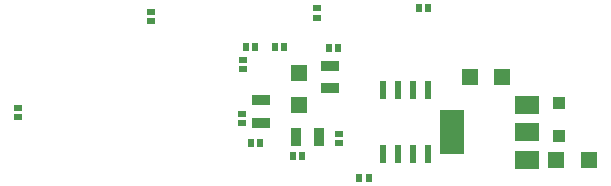
<source format=gbr>
G04 #@! TF.GenerationSoftware,KiCad,Pcbnew,5.0.2-bee76a0~70~ubuntu18.04.1*
G04 #@! TF.CreationDate,2019-01-15T20:31:34+13:00*
G04 #@! TF.ProjectId,pynano-1,70796e61-6e6f-42d3-912e-6b696361645f,rev?*
G04 #@! TF.SameCoordinates,Original*
G04 #@! TF.FileFunction,Paste,Bot*
G04 #@! TF.FilePolarity,Positive*
%FSLAX46Y46*%
G04 Gerber Fmt 4.6, Leading zero omitted, Abs format (unit mm)*
G04 Created by KiCad (PCBNEW 5.0.2-bee76a0~70~ubuntu18.04.1) date Tue 15 Jan 2019 08:31:34 PM NZDT*
%MOMM*%
%LPD*%
G01*
G04 APERTURE LIST*
%ADD10R,1.360000X1.400000*%
%ADD11R,1.400000X1.360000*%
%ADD12R,0.575000X0.650000*%
%ADD13R,0.650000X0.575000*%
%ADD14R,0.970000X1.500000*%
%ADD15R,1.500000X0.970000*%
%ADD16R,1.100000X1.100000*%
%ADD17R,2.000000X3.800000*%
%ADD18R,2.000000X1.500000*%
%ADD19R,0.600000X1.550000*%
G04 APERTURE END LIST*
D10*
G04 #@! TO.C,C1*
X188019200Y-66471800D03*
X185259200Y-66471800D03*
G04 #@! TD*
G04 #@! TO.C,C2*
X177944000Y-59436000D03*
X180704000Y-59436000D03*
G04 #@! TD*
D11*
G04 #@! TO.C,C3*
X163449000Y-59072000D03*
X163449000Y-61832000D03*
G04 #@! TD*
D12*
G04 #@! TO.C,C6*
X158997500Y-56896000D03*
X159772500Y-56896000D03*
G04 #@! TD*
D13*
G04 #@! TO.C,C9*
X158750000Y-58807500D03*
X158750000Y-58032500D03*
G04 #@! TD*
D12*
G04 #@! TO.C,C11*
X160153500Y-65024000D03*
X159378500Y-65024000D03*
G04 #@! TD*
D13*
G04 #@! TO.C,C12*
X166878000Y-65030500D03*
X166878000Y-64255500D03*
G04 #@! TD*
D14*
G04 #@! TO.C,C13*
X163256000Y-64516000D03*
X165166000Y-64516000D03*
G04 #@! TD*
D12*
G04 #@! TO.C,C14*
X166757500Y-57023000D03*
X165982500Y-57023000D03*
G04 #@! TD*
D15*
G04 #@! TO.C,C15*
X166116000Y-58481000D03*
X166116000Y-60391000D03*
G04 #@! TD*
D13*
G04 #@! TO.C,C16*
X158623000Y-62604500D03*
X158623000Y-63379500D03*
G04 #@! TD*
D16*
G04 #@! TO.C,D1*
X185470800Y-64417400D03*
X185470800Y-61617400D03*
G04 #@! TD*
D15*
G04 #@! TO.C,FB1*
X160274000Y-61402000D03*
X160274000Y-63312000D03*
G04 #@! TD*
D12*
G04 #@! TO.C,R1*
X162185500Y-56896000D03*
X161410500Y-56896000D03*
G04 #@! TD*
G04 #@! TO.C,R2*
X163709500Y-66167000D03*
X162934500Y-66167000D03*
G04 #@! TD*
D17*
G04 #@! TO.C,U1*
X176478800Y-64135000D03*
D18*
X182778800Y-64135000D03*
X182778800Y-66435000D03*
X182778800Y-61835000D03*
G04 #@! TD*
D19*
G04 #@! TO.C,U3*
X174371000Y-65946000D03*
X173101000Y-65946000D03*
X171831000Y-65946000D03*
X170561000Y-65946000D03*
X170561000Y-60546000D03*
X171831000Y-60546000D03*
X173101000Y-60546000D03*
X174371000Y-60546000D03*
G04 #@! TD*
D13*
G04 #@! TO.C,R3*
X139725400Y-62820700D03*
X139725400Y-62045700D03*
G04 #@! TD*
G04 #@! TO.C,R10*
X165023800Y-53638300D03*
X165023800Y-54413300D03*
G04 #@! TD*
G04 #@! TO.C,R12*
X150952200Y-53917700D03*
X150952200Y-54692700D03*
G04 #@! TD*
D12*
G04 #@! TO.C,R13*
X173602500Y-53594000D03*
X174377500Y-53594000D03*
G04 #@! TD*
G04 #@! TO.C,R14*
X169373700Y-67970400D03*
X168598700Y-67970400D03*
G04 #@! TD*
M02*

</source>
